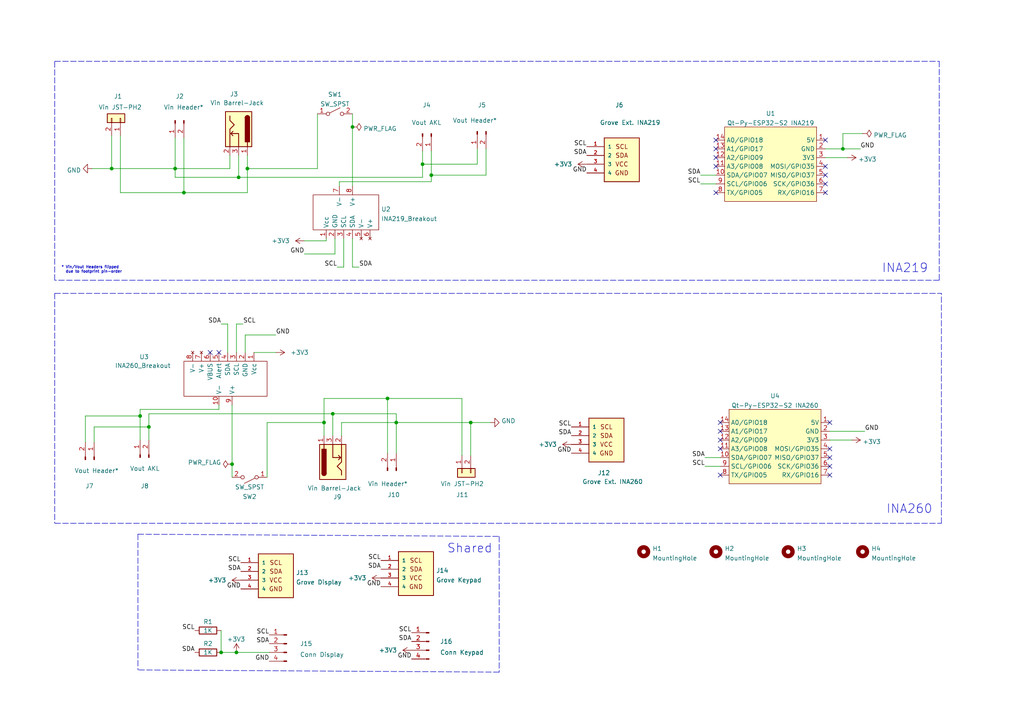
<source format=kicad_sch>
(kicad_sch (version 20211123) (generator eeschema)
  (paper "A4")
  (title_block (title "cp-vameter") (date "2022-07-29") (rev "1.1") (company "Bernhard Bablok") (comment 1 "https://github.com/bablokb/circuitpython-vameter"))
  (lib_symbols
    (symbol "Connector:Barrel_Jack_Switch" (pin_names hide)
      (property "Reference" "J" (at 0 5.334 0))
      (property "Value" "Barrel_Jack_Switch" (at 0 -5.08 0))
      (symbol "Barrel_Jack_Switch_0_1"
        (rectangle (start -5.08 3.81) (end 5.08 -3.81) (stroke (width 0.254)) (fill (type background)))
        (arc (start -3.302 3.175) (mid -3.937 2.54) (end -3.302 1.905) (stroke (width 0.254)))
        (arc (start -3.302 3.175) (mid -3.937 2.54) (end -3.302 1.905) (stroke (width 0.254)) (fill (type outline)))
        (polyline (pts (xy 1.27 -2.286) (xy 1.905 -1.651)) (stroke (width 0.254)))
        (polyline (pts (xy 5.08 2.54) (xy 3.81 2.54)) (stroke (width 0.254)))
        (polyline (pts (xy 5.08 0) (xy 1.27 0) (xy 1.27 -2.286) (xy 0.635 -1.651)) (stroke (width 0.254)))
        (polyline (pts (xy -3.81 -2.54) (xy -2.54 -2.54) (xy -1.27 -1.27) (xy 0 -2.54) (xy 2.54 -2.54) (xy 5.08 -2.54)) (stroke (width 0.254)))
        (rectangle (start 3.683 3.175) (end -3.302 1.905) (stroke (width 0.254)) (fill (type outline)))
      )
      (symbol "Barrel_Jack_Switch_1_1"
        (pin passive line (at 7.62 2.54 180) (length 2.54) (name "~") (number "1"))
        (pin passive line (at 7.62 -2.54 180) (length 2.54) (name "~") (number "2"))
        (pin passive line (at 7.62 0 180) (length 2.54) (name "~") (number "3"))
      )
    )
    (symbol "Connector:Conn_01x02_Male" (pin_names (offset 1.016) hide)
      (property "Reference" "J" (at 0 2.54 0))
      (property "Value" "Conn_01x02_Male" (at 0 -5.08 0))
      (symbol "Conn_01x02_Male_1_1"
        (polyline (pts (xy 1.27 -2.54) (xy 0.8636 -2.54)) (stroke (width 0.1524)))
        (polyline (pts (xy 1.27 0) (xy 0.8636 0)) (stroke (width 0.1524)))
        (rectangle (start 0.8636 -2.413) (end 0 -2.667) (stroke (width 0.1524)) (fill (type outline)))
        (rectangle (start 0.8636 0.127) (end 0 -0.127) (stroke (width 0.1524)) (fill (type outline)))
        (pin passive line (at 5.08 0 180) (length 3.81) (name "Pin_1") (number "1"))
        (pin passive line (at 5.08 -2.54 180) (length 3.81) (name "Pin_2") (number "2"))
      )
    )
    (symbol "Connector:Conn_01x04_Male" (pin_names (offset 1.016) hide)
      (property "Reference" "J" (at 0 5.08 0))
      (property "Value" "Conn_01x04_Male" (at 0 -7.62 0))
      (symbol "Conn_01x04_Male_1_1"
        (polyline (pts (xy 1.27 -5.08) (xy 0.8636 -5.08)) (stroke (width 0.1524)))
        (polyline (pts (xy 1.27 -2.54) (xy 0.8636 -2.54)) (stroke (width 0.1524)))
        (polyline (pts (xy 1.27 0) (xy 0.8636 0)) (stroke (width 0.1524)))
        (polyline (pts (xy 1.27 2.54) (xy 0.8636 2.54)) (stroke (width 0.1524)))
        (rectangle (start 0.8636 -4.953) (end 0 -5.207) (stroke (width 0.1524)) (fill (type outline)))
        (rectangle (start 0.8636 -2.413) (end 0 -2.667) (stroke (width 0.1524)) (fill (type outline)))
        (rectangle (start 0.8636 0.127) (end 0 -0.127) (stroke (width 0.1524)) (fill (type outline)))
        (rectangle (start 0.8636 2.667) (end 0 2.413) (stroke (width 0.1524)) (fill (type outline)))
        (pin passive line (at 5.08 2.54 180) (length 3.81) (name "Pin_1") (number "1"))
        (pin passive line (at 5.08 0 180) (length 3.81) (name "Pin_2") (number "2"))
        (pin passive line (at 5.08 -2.54 180) (length 3.81) (name "Pin_3") (number "3"))
        (pin passive line (at 5.08 -5.08 180) (length 3.81) (name "Pin_4") (number "4"))
      )
    )
    (symbol "Connector_Generic:Conn_01x02" (pin_names (offset 1.016) hide)
      (property "Reference" "J" (at 0 2.54 0))
      (property "Value" "Conn_01x02" (at 0 -5.08 0))
      (symbol "Conn_01x02_1_1"
        (rectangle (start -1.27 -2.413) (end 0 -2.667) (stroke (width 0.1524)))
        (rectangle (start -1.27 0.127) (end 0 -0.127) (stroke (width 0.1524)))
        (rectangle (start -1.27 1.27) (end 1.27 -3.81) (stroke (width 0.254)) (fill (type background)))
        (pin passive line (at -5.08 0 0) (length 3.81) (name "Pin_1") (number "1"))
        (pin passive line (at -5.08 -2.54 0) (length 3.81) (name "Pin_2") (number "2"))
      )
    )
    (symbol "Device:R" (pin_numbers hide) (pin_names (offset 0))
      (property "Reference" "R" (at 2.032 0 90))
      (property "Value" "R" (at 0 0 90))
      (symbol "R_0_1"
        (rectangle (start -1.016 -2.54) (end 1.016 2.54) (stroke (width 0.254)))
      )
      (symbol "R_1_1"
        (pin passive line (at 0 3.81 270) (length 1.27) (name "~") (number "1"))
        (pin passive line (at 0 -3.81 90) (length 1.27) (name "~") (number "2"))
      )
    )
    (symbol "Mechanical:MountingHole" (pin_names (offset 1.016))
      (property "Reference" "H" (at 0 5.08 0))
      (property "Value" "MountingHole" (at 0 3.175 0))
      (symbol "MountingHole_0_1"
        (circle (center 0 0) (radius 1.27) (stroke (width 1.27)))
      )
    )
    (symbol "Switch:SW_SPST" (pin_names (offset 0) hide)
      (property "Reference" "SW" (at 0 3.175 0))
      (property "Value" "SW_SPST" (at 0 -2.54 0))
      (symbol "SW_SPST_0_0"
        (circle (center -2.032 0) (radius 0.508))
        (polyline (pts (xy -1.524 0.254) (xy 1.524 1.778)))
        (circle (center 2.032 0) (radius 0.508))
      )
      (symbol "SW_SPST_1_1"
        (pin passive line (at -5.08 0 0) (length 2.54) (name "A") (number "1"))
        (pin passive line (at 5.08 0 180) (length 2.54) (name "B") (number "2"))
      )
    )
    (symbol "power:+3V3" (power) (pin_names (offset 0))
      (property "Value" "+3V3" (at 0 3.556 0))
      (symbol "+3V3_0_1"
        (polyline (pts (xy -0.762 1.27) (xy 0 2.54)))
        (polyline (pts (xy 0 0) (xy 0 2.54)))
        (polyline (pts (xy 0 2.54) (xy 0.762 1.27)))
      )
      (symbol "+3V3_1_1"
        (pin power_in line (at 0 0 90) (length 0) hide (name "+3V3") (number "1"))
      )
    )
    (symbol "power:GND" (power) (pin_names (offset 0))
      (property "Value" "GND" (at 0 -3.81 0))
      (symbol "GND_0_1"
        (polyline (pts (xy 0 0) (xy 0 -1.27) (xy 1.27 -1.27) (xy 0 -2.54) (xy -1.27 -1.27) (xy 0 -1.27)))
      )
      (symbol "GND_1_1"
        (pin power_in line (at 0 0 270) (length 0) hide (name "GND") (number "1"))
      )
    )
    (symbol "power:PWR_FLAG" (power) (pin_numbers hide) (pin_names (offset 0) hide)
      (property "Value" "PWR_FLAG" (at 0 3.81 0))
      (symbol "PWR_FLAG_0_0"
        (pin power_out line (at 0 0 90) (length 0) (name "pwr") (number "1"))
      )
      (symbol "PWR_FLAG_0_1"
        (polyline (pts (xy 0 0) (xy 0 1.27) (xy -1.016 1.905) (xy 0 2.54) (xy 1.016 1.905) (xy 0 1.27)))
      )
    )
    (symbol "user:Grove" (pin_names (offset 1.016))
      (property "Reference" "J" (at -5.08 5.842 0))
      (property "Value" "Grove" (at 3.81 -3.81 90))
      (symbol "Grove_0_0"
        (rectangle (start -5.08 -7.62) (end 5.08 5.08) (stroke (width 0.254)) (fill (type background)))
        (text "GND" (at 0 -5.08 0) (effects (font (size 1.27 1.27))))
        (text "SCL" (at 0 2.54 0) (effects (font (size 1.27 1.27))))
        (text "SDA" (at 0 0 0) (effects (font (size 1.27 1.27))))
        (text "VCC" (at 0 -2.54 0) (effects (font (size 1.27 1.27))))
        (pin passive line (at -10.16 2.54 0) (length 5.08) (name "1") (number "1"))
        (pin passive line (at -10.16 0 0) (length 5.08) (name "2") (number "2"))
        (pin passive line (at -10.16 -2.54 0) (length 5.08) (name "3") (number "3"))
        (pin passive line (at -10.16 -5.08 0) (length 5.08) (name "4") (number "4"))
      )
    )
    (symbol "user:INA219_Breakout"
      (property "Reference" "U" (at 8.89 5.08 0))
      (property "Value" "INA219_Breakout" (at 8.89 1.27 0))
      (symbol "INA219_Breakout_0_0"
        (pin power_in line (at 16.51 -17.78 180) (length 2.54) (name "Vcc") (number "1"))
        (pin power_in line (at 16.51 -15.24 180) (length 2.54) (name "GND") (number "2"))
        (pin input line (at 16.51 -12.7 180) (length 2.54) (name "SCL") (number "3"))
        (pin bidirectional line (at 16.51 -10.16 180) (length 2.54) (name "SDA") (number "4"))
        (pin no_connect line (at 16.51 -7.62 180) (length 2.54) (name "V-") (number "5"))
        (pin no_connect line (at 16.51 -5.08 180) (length 2.54) (name "V+") (number "6"))
        (pin power_out line (at 1.27 -13.97 0) (length 2.54) (name "V-") (number "7"))
        (pin power_in line (at 1.27 -10.16 0) (length 2.54) (name "V+") (number "8"))
      )
      (symbol "INA219_Breakout_0_1"
        (rectangle (start 13.97 -2.54) (end 3.81 -21.59) (stroke (width 0.1524)))
      )
    )
    (symbol "user:INA260_Breakout"
      (property "Reference" "U" (at 8.89 7.62 0))
      (property "Value" "INA260_Breakout" (at 8.89 5.08 0))
      (symbol "INA260_Breakout_0_0"
        (pin power_in line (at 16.51 -17.78 180) (length 2.54) (name "Vcc") (number "1"))
        (pin power_out line (at 1.27 -7.62 0) (length 2.54) (name "V-") (number "10"))
        (pin power_in line (at 16.51 -15.24 180) (length 2.54) (name "GND") (number "2"))
        (pin input line (at 16.51 -12.7 180) (length 2.54) (name "SCL") (number "3"))
        (pin bidirectional line (at 16.51 -10.16 180) (length 2.54) (name "SDA") (number "4"))
        (pin output line (at 16.51 -7.62 180) (length 2.54) (name "Alert") (number "5"))
        (pin power_in line (at 16.51 -5.08 180) (length 2.54) (name "VBUS") (number "6"))
        (pin no_connect line (at 16.51 -2.54 180) (length 2.54) (name "V+") (number "7"))
        (pin no_connect line (at 16.51 0 180) (length 2.54) (name "V-") (number "8"))
        (pin power_in line (at 1.27 -11.43 0) (length 2.54) (name "V+") (number "9"))
      )
      (symbol "INA260_Breakout_0_1"
        (rectangle (start 3.81 2.54) (end 13.97 -21.59) (stroke (width 0.1524)))
      )
    )
    (symbol "user:Qt-Py-ESP32-S2"
      (property "Reference" "U" (at 0 7.62 0))
      (property "Value" "Qt-Py-ESP32-S2" (at 0 5.08 0))
      (symbol "Qt-Py-ESP32-S2_0_0"
        (pin power_out line (at 15.24 -2.54 180) (length 2.54) (name "5V") (number "1"))
        (pin bidirectional line (at -16.51 -12.7 0) (length 2.54) (name "SDA/GPIO07") (number "10"))
        (pin bidirectional line (at -16.51 -10.16 0) (length 2.54) (name "A3/GPIO08") (number "11"))
        (pin bidirectional line (at -16.51 -7.62 0) (length 2.54) (name "A2/GPIO09") (number "12"))
        (pin bidirectional line (at -16.51 -5.08 0) (length 2.54) (name "A1/GPIO17") (number "13"))
        (pin bidirectional line (at -16.51 -2.54 0) (length 2.54) (name "A0/GPIO18") (number "14"))
        (pin power_in line (at 15.24 -5.08 180) (length 2.54) (name "GND") (number "2"))
        (pin power_out line (at 15.24 -7.62 180) (length 2.54) (name "3V3") (number "3"))
        (pin bidirectional line (at 15.24 -10.16 180) (length 2.54) (name "MOSI/GPIO35") (number "4"))
        (pin bidirectional line (at 15.24 -12.7 180) (length 2.54) (name "MISO/GPIO37") (number "5"))
        (pin bidirectional line (at 15.24 -15.24 180) (length 2.54) (name "SCK/GPIO36") (number "6"))
        (pin bidirectional line (at 15.24 -17.78 180) (length 2.54) (name "RX/GPIO16") (number "7"))
        (pin bidirectional line (at -16.51 -17.78 0) (length 2.54) (name "TX/GPIO05") (number "8"))
        (pin bidirectional line (at -16.51 -15.24 0) (length 2.54) (name "SCL/GPIO06") (number "9"))
      )
      (symbol "Qt-Py-ESP32-S2_0_1"
        (rectangle (start 12.7 1.27) (end -13.97 -20.32) (stroke (width 0.1524)) (fill (type background)))
      )
    )
  )
  (junction (at 136.525 122.555))
  (junction (at 125.095 50.8))
  (junction (at 43.18 123.825))
  (junction (at 114.935 122.555))
  (junction (at 67.31 134.62))
  (junction (at 32.385 48.895))
  (junction (at 64.135 189.23))
  (junction (at 122.555 47.625))
  (junction (at 53.34 55.88))
  (junction (at 112.395 115.57))
  (junction (at 96.52 120.015))
  (junction (at 244.475 43.18))
  (junction (at 40.64 120.65))
  (junction (at 102.235 36.83))
  (junction (at 68.58 189.23))
  (junction (at 71.755 48.895))
  (junction (at 69.215 51.435))
  (junction (at 50.8 48.895))
  (junction (at 93.98 122.555))
  (no_connect (at 240.665 122.555))
  (no_connect (at 208.915 130.175))
  (no_connect (at 208.915 137.795))
  (no_connect (at 239.395 40.64))
  (no_connect (at 239.395 55.88))
  (no_connect (at 239.395 48.26))
  (no_connect (at 239.395 50.8))
  (no_connect (at 239.395 53.34))
  (no_connect (at 207.645 45.72))
  (no_connect (at 207.645 48.26))
  (no_connect (at 207.645 40.64))
  (no_connect (at 207.645 43.18))
  (no_connect (at 207.645 55.88))
  (no_connect (at 240.665 132.715))
  (no_connect (at 240.665 135.255))
  (no_connect (at 60.96 102.235))
  (no_connect (at 63.5 102.235))
  (no_connect (at 240.665 130.175))
  (no_connect (at 240.665 137.795))
  (no_connect (at 208.915 127.635))
  (no_connect (at 208.915 125.095))
  (no_connect (at 208.915 122.555))
  (wire (pts (xy 96.52 120.015) (xy 114.935 120.015)))
  (polyline (pts (xy 15.875 17.78) (xy 272.415 17.78)))
  (wire (pts (xy 204.47 132.715) (xy 208.915 132.715)))
  (wire (pts (xy 50.8 51.435) (xy 69.215 51.435)))
  (wire (pts (xy 138.43 43.18) (xy 138.43 47.625)))
  (wire (pts (xy 140.97 50.8) (xy 125.095 50.8)))
  (wire (pts (xy 114.935 122.555) (xy 99.06 122.555)))
  (wire (pts (xy 142.24 122.555) (xy 136.525 122.555)))
  (wire (pts (xy 138.43 47.625) (xy 122.555 47.625)))
  (wire (pts (xy 244.475 43.18) (xy 249.555 43.18)))
  (wire (pts (xy 68.58 93.98) (xy 68.58 102.235)))
  (wire (pts (xy 240.665 125.095) (xy 250.825 125.095)))
  (wire (pts (xy 64.135 189.23) (xy 68.58 189.23)))
  (wire (pts (xy 136.525 132.08) (xy 136.525 122.555)))
  (polyline (pts (xy 15.875 81.28) (xy 15.875 17.78)))
  (wire (pts (xy 102.235 36.83) (xy 102.235 53.975)))
  (polyline (pts (xy 144.78 194.945) (xy 40.005 194.31)))
  (wire (pts (xy 239.395 45.72) (xy 245.745 45.72)))
  (wire (pts (xy 50.8 40.005) (xy 50.8 48.895)))
  (wire (pts (xy 71.755 55.88) (xy 53.34 55.88)))
  (wire (pts (xy 71.12 97.155) (xy 80.01 97.155)))
  (wire (pts (xy 24.765 120.65) (xy 40.64 120.65)))
  (wire (pts (xy 43.18 123.825) (xy 43.18 120.015)))
  (wire (pts (xy 67.31 138.43) (xy 67.31 134.62)))
  (wire (pts (xy 93.98 126.365) (xy 93.98 122.555)))
  (wire (pts (xy 93.98 122.555) (xy 93.98 115.57)))
  (wire (pts (xy 98.425 52.705) (xy 98.425 53.975)))
  (wire (pts (xy 104.14 77.47) (xy 102.235 77.47)))
  (wire (pts (xy 67.31 117.475) (xy 67.31 134.62)))
  (wire (pts (xy 204.47 135.255) (xy 208.915 135.255)))
  (wire (pts (xy 63.5 118.745) (xy 40.64 118.745)))
  (wire (pts (xy 34.925 55.88) (xy 34.925 39.37)))
  (wire (pts (xy 125.095 50.8) (xy 125.095 52.705)))
  (wire (pts (xy 43.18 127.635) (xy 43.18 123.825)))
  (wire (pts (xy 50.8 48.895) (xy 32.385 48.895)))
  (wire (pts (xy 64.135 93.98) (xy 66.04 93.98)))
  (wire (pts (xy 99.06 126.365) (xy 99.06 122.555)))
  (wire (pts (xy 66.04 102.235) (xy 66.04 93.98)))
  (wire (pts (xy 244.475 38.735) (xy 244.475 43.18)))
  (polyline (pts (xy 40.005 154.94) (xy 144.78 155.575)))
  (wire (pts (xy 97.155 69.215) (xy 97.155 73.66)))
  (wire (pts (xy 97.155 73.66) (xy 88.265 73.66)))
  (wire (pts (xy 53.34 55.88) (xy 34.925 55.88)))
  (polyline (pts (xy 40.005 154.94) (xy 40.005 194.31)))
  (polyline (pts (xy 15.875 85.09) (xy 273.05 85.09)))
  (polyline (pts (xy 272.415 81.28) (xy 15.875 81.28)))
  (wire (pts (xy 122.555 47.625) (xy 122.555 51.435)))
  (wire (pts (xy 114.935 131.445) (xy 114.935 122.555)))
  (wire (pts (xy 97.79 77.47) (xy 99.695 77.47)))
  (wire (pts (xy 114.935 122.555) (xy 114.935 120.015)))
  (wire (pts (xy 68.58 189.23) (xy 78.105 189.23)))
  (wire (pts (xy 63.5 117.475) (xy 63.5 118.745)))
  (wire (pts (xy 40.64 127.635) (xy 40.64 120.65)))
  (wire (pts (xy 27.305 128.27) (xy 27.305 123.825)))
  (wire (pts (xy 32.385 39.37) (xy 32.385 48.895)))
  (wire (pts (xy 71.12 97.155) (xy 71.12 102.235)))
  (wire (pts (xy 112.395 131.445) (xy 112.395 115.57)))
  (wire (pts (xy 27.305 123.825) (xy 43.18 123.825)))
  (polyline (pts (xy 144.78 155.575) (xy 144.78 194.945)))
  (wire (pts (xy 98.425 52.705) (xy 125.095 52.705)))
  (wire (pts (xy 125.095 43.815) (xy 125.095 50.8)))
  (wire (pts (xy 43.18 120.015) (xy 96.52 120.015)))
  (wire (pts (xy 239.395 43.18) (xy 244.475 43.18)))
  (wire (pts (xy 122.555 43.815) (xy 122.555 47.625)))
  (wire (pts (xy 114.935 122.555) (xy 136.525 122.555)))
  (wire (pts (xy 92.075 33.02) (xy 92.075 48.895)))
  (wire (pts (xy 71.755 45.085) (xy 71.755 48.895)))
  (wire (pts (xy 80.01 102.235) (xy 73.66 102.235)))
  (wire (pts (xy 203.2 50.8) (xy 207.645 50.8)))
  (wire (pts (xy 69.215 51.435) (xy 122.555 51.435)))
  (wire (pts (xy 50.8 48.895) (xy 50.8 51.435)))
  (wire (pts (xy 203.2 53.34) (xy 207.645 53.34)))
  (polyline (pts (xy 15.875 85.09) (xy 15.875 151.765)))
  (wire (pts (xy 112.395 115.57) (xy 133.985 115.57)))
  (wire (pts (xy 250.19 38.735) (xy 244.475 38.735)))
  (wire (pts (xy 24.765 128.27) (xy 24.765 120.65)))
  (wire (pts (xy 140.97 43.18) (xy 140.97 50.8)))
  (polyline (pts (xy 273.05 151.765) (xy 273.05 85.09)))
  (wire (pts (xy 66.675 45.085) (xy 66.675 48.895)))
  (wire (pts (xy 53.34 40.005) (xy 53.34 55.88)))
  (wire (pts (xy 93.98 115.57) (xy 112.395 115.57)))
  (wire (pts (xy 77.47 138.43) (xy 77.47 122.555)))
  (wire (pts (xy 26.67 48.895) (xy 32.385 48.895)))
  (wire (pts (xy 99.695 77.47) (xy 99.695 69.215)))
  (wire (pts (xy 88.265 69.85) (xy 94.615 69.85)))
  (polyline (pts (xy 272.415 17.78) (xy 272.415 81.28)))
  (wire (pts (xy 64.135 182.88) (xy 64.135 189.23)))
  (wire (pts (xy 93.98 122.555) (xy 77.47 122.555)))
  (wire (pts (xy 69.215 45.085) (xy 69.215 51.435)))
  (wire (pts (xy 70.485 93.98) (xy 68.58 93.98)))
  (wire (pts (xy 102.235 69.215) (xy 102.235 77.47)))
  (wire (pts (xy 240.665 127.635) (xy 247.015 127.635)))
  (wire (pts (xy 40.64 120.65) (xy 40.64 118.745)))
  (wire (pts (xy 102.235 33.02) (xy 102.235 36.83)))
  (wire (pts (xy 94.615 69.85) (xy 94.615 69.215)))
  (wire (pts (xy 50.8 48.895) (xy 66.675 48.895)))
  (wire (pts (xy 71.755 48.895) (xy 71.755 55.88)))
  (wire (pts (xy 133.985 115.57) (xy 133.985 132.08)))
  (wire (pts (xy 96.52 120.015) (xy 96.52 126.365)))
  (wire (pts (xy 71.755 48.895) (xy 92.075 48.895)))
  (polyline (pts (xy 15.875 151.765) (xy 273.05 151.765)))
  (text "* Vin/Vout Headers flipped\n  due to footprint pin-order" (at 17.78 79.375 0) (effects (font (size 0.8 0.8)) (justify left bottom)))
  (text "Shared" (at 142.875 160.655 180) (effects (font (size 2.54 2.54)) (justify right bottom)))
  (text "INA260" (at 270.51 149.225 180) (effects (font (size 2.54 2.54)) (justify right bottom)))
  (text "INA219" (at 269.24 79.375 180) (effects (font (size 2.54 2.54)) (justify right bottom)))
  (label "SDA" (at 56.515 189.23 180))
  (label "SDA" (at 170.18 45.085 180))
  (label "SCL" (at 119.38 183.515 180))
  (label "SDA" (at 204.47 132.715 180))
  (label "GND" (at 170.18 50.165 180))
  (label "SCL" (at 56.515 182.88 180))
  (label "SCL" (at 78.105 184.15 180))
  (label "SCL" (at 203.2 53.34 180))
  (label "GND" (at 119.38 191.135 180))
  (label "GND" (at 69.85 170.815 180))
  (label "SCL" (at 70.485 93.98 0))
  (label "GND" (at 250.825 125.095 0))
  (label "SCL" (at 69.85 163.195 180))
  (label "SCL" (at 204.47 135.255 180))
  (label "GND" (at 78.105 191.77 180))
  (label "GND" (at 80.01 97.155 0))
  (label "GND" (at 165.735 131.445 180))
  (label "SDA" (at 104.14 77.47 0))
  (label "SDA" (at 165.735 126.365 180))
  (label "GND" (at 249.555 43.18 0))
  (label "SCL" (at 110.49 162.56 180))
  (label "SDA" (at 64.135 93.98 180))
  (label "SDA" (at 110.49 165.1 180))
  (label "SCL" (at 97.79 77.47 180))
  (label "SCL" (at 165.735 123.825 180))
  (label "SDA" (at 69.85 165.735 180))
  (label "GND" (at 88.265 73.66 180))
  (label "GND" (at 110.49 170.18 180))
  (label "SDA" (at 203.2 50.8 180))
  (label "SCL" (at 170.18 42.545 180))
  (label "SDA" (at 119.38 186.055 180))
  (label "SDA" (at 78.105 186.69 180))
  (symbol (lib_id "Connector:Conn_01x02_Male") (at 50.8 34.925 90) (mirror x) (unit 1)
    (property "Reference" "J2" (at 53.34 27.94 90) (effects (justify left)))
    (property "Value" "Vin Header*" (at 59.055 31.115 90) (effects (justify left)))
    (property "Footprint" "Connector_PinHeader_2.54mm:PinHeader_1x02_P2.54mm_Horizontal" (effects hide))
  )
  (symbol (lib_id "user:Grove") (at 180.34 45.085 0) (unit 1)
    (property "Reference" "J6" (at 178.435 30.48 0) (effects (justify left)))
    (property "Value" "Grove Ext. INA219" (at 173.99 35.56 0) (effects (justify left)))
    (property "Footprint" "user:grove_horizontal" (effects hide))
    (property "MANUFACTURER" "Seeed Technology" (effects hide))
  )
  (symbol (lib_id "Device:R") (at 60.325 182.88 90) (unit 1)
    (property "Reference" "R1" (at 60.325 180.34 90))
    (property "Value" "1K" (at 60.325 182.88 90))
    (property "Footprint" "user:R_1206_3216_Pad1.7x1.75mm_BB" (effects hide))
  )
  (symbol (lib_id "power:+3V3") (at 68.58 189.23 0) (unit 1)
    (property "Reference" "#PWR012" (effects hide))
    (property "Value" "+3V3" (at 71.12 185.42 0) (effects (justify right)))
  )
  (symbol (lib_id "power:+3V3") (at 69.85 168.275 90) (unit 1)
    (property "Reference" "#PWR010" (effects hide))
    (property "Value" "+3V3" (at 60.325 168.275 90) (effects (justify right)))
  )
  (symbol (lib_id "Connector:Barrel_Jack_Switch") (at 69.215 37.465 270) (unit 1)
    (property "Reference" "J3" (at 66.675 27.305 90) (effects (justify left)))
    (property "Value" "Vin Barrel-Jack" (at 60.96 29.845 90) (effects (justify left)))
    (property "Footprint" "Connector_BarrelJack:BarrelJack_CUI_PJ-102AH_Horizontal" (effects hide))
  )
  (symbol (lib_id "user:INA219_Breakout") (at 112.395 52.705 270) (unit 1)
    (property "Reference" "U2" (at 110.5662 60.6865 90) (effects (justify left)))
    (property "Value" "INA219_Breakout" (at 110.5662 63.4616 90) (effects (justify left)))
    (property "Footprint" "user:INA219-Breakout" (effects hide))
  )
  (symbol (lib_id "user:Grove") (at 175.895 126.365 0) (unit 1)
    (property "Reference" "J12" (at 173.355 137.16 0) (effects (justify left)))
    (property "Value" "Grove Ext. INA260" (at 168.91 139.7 0) (effects (justify left)))
    (property "Footprint" "user:grove_horizontal" (effects hide))
    (property "MANUFACTURER" "Seeed Technology" (effects hide))
  )
  (symbol (lib_id "Mechanical:MountingHole") (at 186.69 160.02 0) (unit 1)
    (property "Reference" "H1" (at 189.23 159.1115 0) (effects (justify left)))
    (property "Value" "MountingHole" (at 189.23 161.8866 0) (effects (justify left)))
    (property "Footprint" "MountingHole:MountingHole_2.5mm" (effects hide))
  )
  (symbol (lib_id "user:Grove") (at 80.01 165.735 0) (unit 1)
    (property "Reference" "J13" (at 85.852 166.0965 0) (effects (justify left)))
    (property "Value" "Grove Display" (at 85.852 168.8716 0) (effects (justify left)))
    (property "Footprint" "user:grove_horizontal" (effects hide))
    (property "MANUFACTURER" "Seeed Technology" (effects hide))
  )
  (symbol (lib_id "Connector:Conn_01x02_Male") (at 114.935 136.525 270) (mirror x) (unit 1)
    (property "Reference" "J10" (at 112.395 143.51 90) (effects (justify left)))
    (property "Value" "Vin Header*" (at 106.68 140.335 90) (effects (justify left)))
    (property "Footprint" "Connector_PinHeader_2.54mm:PinHeader_1x02_P2.54mm_Horizontal" (effects hide))
  )
  (symbol (lib_id "Connector:Conn_01x04_Male") (at 124.46 186.055 0) (mirror y) (unit 1)
    (property "Reference" "J16" (at 127.635 186.055 0) (effects (justify right)))
    (property "Value" "Conn Keypad" (at 127.635 189.23 0) (effects (justify right)))
    (property "Footprint" "Connector_PinHeader_2.54mm:PinHeader_1x04_P2.54mm_Horizontal" (effects hide))
  )
  (symbol (lib_id "user:Qt-Py-ESP32-S2") (at 225.425 120.015 0) (unit 1)
    (property "Reference" "U4" (at 224.79 114.8293 0))
    (property "Value" "Qt-Py-ESP32-S2 INA260" (at 224.79 117.6044 0))
    (property "Footprint" "user:Qt-Py_ESP32-S2" (effects hide))
  )
  (symbol (lib_id "power:+3V3") (at 165.735 128.905 90) (unit 1)
    (property "Reference" "#PWR08" (effects hide))
    (property "Value" "+3V3" (at 156.21 128.905 90) (effects (justify right)))
  )
  (symbol (lib_id "power:+3V3") (at 245.745 45.72 270) (unit 1)
    (property "Reference" "#PWR01" (effects hide))
    (property "Value" "+3V3" (at 248.92 46.199 90) (effects (justify left)))
  )
  (symbol (lib_id "user:Qt-Py-ESP32-S2") (at 224.155 38.1 0) (unit 1)
    (property "Reference" "U1" (at 223.52 32.9143 0))
    (property "Value" "Qt-Py-ESP32-S2 INA219" (at 223.52 35.6894 0))
    (property "Footprint" "user:Qt-Py_ESP32-S2" (effects hide))
  )
  (symbol (lib_id "Connector_Generic:Conn_01x02") (at 133.985 137.16 90) (mirror x) (unit 1)
    (property "Reference" "J11" (at 135.89 143.51 90) (effects (justify left)))
    (property "Value" "Vin JST-PH2" (at 140.335 140.335 90) (effects (justify left)))
    (property "Footprint" "Connector_JST:JST_PH_S2B-PH-SM4-TB_1x02-1MP_P2.00mm_Horizontal" (effects hide))
  )
  (symbol (lib_id "Mechanical:MountingHole") (at 250.19 160.02 0) (unit 1)
    (property "Reference" "H4" (at 252.73 159.1115 0) (effects (justify left)))
    (property "Value" "MountingHole" (at 252.73 161.8866 0) (effects (justify left)))
    (property "Footprint" "MountingHole:MountingHole_2.5mm" (effects hide))
  )
  (symbol (lib_id "power:+3V3") (at 88.265 69.85 90) (unit 1)
    (property "Reference" "#PWR04" (effects hide))
    (property "Value" "+3V3" (at 78.74 69.85 90) (effects (justify right)))
  )
  (symbol (lib_id "Connector:Conn_01x02_Male") (at 27.305 133.35 270) (mirror x) (unit 1)
    (property "Reference" "J7" (at 24.765 140.97 90) (effects (justify left)))
    (property "Value" "Vout Header*" (at 21.59 136.525 90) (effects (justify left)))
    (property "Footprint" "Connector_PinHeader_2.54mm:PinHeader_1x02_P2.54mm_Horizontal" (effects hide))
  )
  (symbol (lib_id "power:GND") (at 26.67 48.895 270) (unit 1)
    (property "Reference" "#PWR03" (effects hide))
    (property "Value" "GND" (at 23.4951 49.374 90) (effects (justify right)))
  )
  (symbol (lib_id "Switch:SW_SPST") (at 72.39 138.43 180) (unit 1)
    (property "Reference" "SW2" (at 72.39 144.0475 0))
    (property "Value" "SW_SPST" (at 72.39 141.2724 0))
    (property "Footprint" "user:Kippschalter_On-Off" (effects hide))
  )
  (symbol (lib_id "power:+3V3") (at 247.015 127.635 270) (unit 1)
    (property "Reference" "#PWR07" (effects hide))
    (property "Value" "+3V3" (at 250.19 128.114 90) (effects (justify left)))
  )
  (symbol (lib_id "power:+3V3") (at 110.49 167.64 90) (unit 1)
    (property "Reference" "#PWR09" (effects hide))
    (property "Value" "+3V3" (at 100.965 167.64 90) (effects (justify right)))
  )
  (symbol (lib_id "power:PWR_FLAG") (at 67.31 134.62 90) (unit 1)
    (property "Reference" "#FLG04" (effects hide))
    (property "Value" "PWR_FLAG" (at 64.135 134.141 90) (effects (justify left)))
  )
  (symbol (lib_id "power:PWR_FLAG") (at 250.19 38.735 270) (unit 1)
    (property "Reference" "#FLG02" (effects hide))
    (property "Value" "PWR_FLAG" (at 253.365 39.214 90) (effects (justify left)))
  )
  (symbol (lib_id "power:+3V3") (at 119.38 188.595 90) (unit 1)
    (property "Reference" "#PWR011" (effects hide))
    (property "Value" "+3V3" (at 109.855 188.595 90) (effects (justify right)))
  )
  (symbol (lib_id "power:GND") (at 142.24 122.555 90) (unit 1)
    (property "Reference" "#PWR06" (effects hide))
    (property "Value" "GND" (at 145.4149 122.076 90) (effects (justify right)))
  )
  (symbol (lib_id "Connector:Conn_01x02_Male") (at 138.43 38.1 90) (mirror x) (unit 1)
    (property "Reference" "J5" (at 140.97 30.48 90) (effects (justify left)))
    (property "Value" "Vout Header*" (at 144.145 34.925 90) (effects (justify left)))
    (property "Footprint" "Connector_PinHeader_2.54mm:PinHeader_1x02_P2.54mm_Horizontal" (effects hide))
  )
  (symbol (lib_id "power:+3V3") (at 80.01 102.235 270) (unit 1)
    (property "Reference" "#PWR05" (effects hide))
    (property "Value" "+3V3" (at 89.535 102.235 90) (effects (justify right)))
  )
  (symbol (lib_id "user:INA260_Breakout") (at 55.88 118.745 90) (unit 1)
    (property "Reference" "U3" (at 43.18 103.505 90) (effects (justify left)))
    (property "Value" "INA260_Breakout" (at 49.53 106.045 90) (effects (justify left)))
    (property "Footprint" "user:INA260-Breakout" (effects hide))
  )
  (symbol (lib_id "user:Grove") (at 120.65 165.1 0) (unit 1)
    (property "Reference" "J14" (at 126.492 165.4615 0) (effects (justify left)))
    (property "Value" "Grove Keypad" (at 126.492 168.2366 0) (effects (justify left)))
    (property "Footprint" "user:grove_horizontal" (effects hide))
    (property "MANUFACTURER" "Seeed Technology" (effects hide))
  )
  (symbol (lib_id "Mechanical:MountingHole") (at 228.6 160.02 0) (unit 1)
    (property "Reference" "H3" (at 231.14 159.1115 0) (effects (justify left)))
    (property "Value" "MountingHole" (at 231.14 161.8866 0) (effects (justify left)))
    (property "Footprint" "MountingHole:MountingHole_2.5mm" (effects hide))
  )
  (symbol (lib_id "Connector:Conn_01x04_Male") (at 83.185 186.69 0) (mirror y) (unit 1)
    (property "Reference" "J15" (at 86.995 186.69 0) (effects (justify right)))
    (property "Value" "Conn Display" (at 86.995 189.865 0) (effects (justify right)))
    (property "Footprint" "Connector_PinHeader_2.54mm:PinHeader_1x04_P2.54mm_Horizontal" (effects hide))
  )
  (symbol (lib_id "power:+3V3") (at 170.18 47.625 90) (unit 1)
    (property "Reference" "#PWR02" (effects hide))
    (property "Value" "+3V3" (at 160.655 47.625 90) (effects (justify right)))
  )
  (symbol (lib_id "Connector:Conn_01x02_Male") (at 40.64 132.715 90) (unit 1)
    (property "Reference" "J8" (at 43.18 140.97 90) (effects (justify left)))
    (property "Value" "Vout AKL" (at 46.355 135.89 90) (effects (justify left)))
    (property "Footprint" "user:TerminalBlock_MetzConnect_Type182_PT11302HBBN_1x02_P3.50mm_Horizontal" (effects hide))
  )
  (symbol (lib_id "Connector:Conn_01x02_Male") (at 125.095 38.735 270) (unit 1)
    (property "Reference" "J4" (at 122.555 30.48 90) (effects (justify left)))
    (property "Value" "Vout AKL" (at 119.38 35.56 90) (effects (justify left)))
    (property "Footprint" "user:TerminalBlock_MetzConnect_Type182_PT11302HBBN_1x02_P3.50mm_Horizontal" (effects hide))
  )
  (symbol (lib_id "power:PWR_FLAG") (at 102.235 36.83 270) (unit 1)
    (property "Reference" "#FLG01" (effects hide))
    (property "Value" "PWR_FLAG" (at 105.41 37.309 90) (effects (justify left)))
  )
  (symbol (lib_id "Connector:Barrel_Jack_Switch") (at 96.52 133.985 90) (unit 1)
    (property "Reference" "J9" (at 99.06 144.145 90) (effects (justify left)))
    (property "Value" "Vin Barrel-Jack" (at 104.775 141.605 90) (effects (justify left)))
    (property "Footprint" "Connector_BarrelJack:BarrelJack_CUI_PJ-102AH_Horizontal" (effects hide))
  )
  (symbol (lib_id "Device:R") (at 60.325 189.23 90) (unit 1)
    (property "Reference" "R2" (at 60.325 186.69 90))
    (property "Value" "1K" (at 60.325 189.23 90))
    (property "Footprint" "user:R_1206_3216_Pad1.7x1.75mm_BB" (effects hide))
  )
  (symbol (lib_id "Switch:SW_SPST") (at 97.155 33.02 0) (unit 1)
    (property "Reference" "SW1" (at 97.155 27.4025 0))
    (property "Value" "SW_SPST" (at 97.155 30.1776 0))
    (property "Footprint" "user:Kippschalter_On-Off" (effects hide))
  )
  (symbol (lib_id "Connector_Generic:Conn_01x02") (at 34.925 34.29 270) (mirror x) (unit 1)
    (property "Reference" "J1" (at 33.02 27.94 90) (effects (justify left)))
    (property "Value" "Vin JST-PH2" (at 28.575 31.115 90) (effects (justify left)))
    (property "Footprint" "Connector_JST:JST_PH_S2B-PH-SM4-TB_1x02-1MP_P2.00mm_Horizontal" (effects hide))
  )
  (symbol (lib_id "Mechanical:MountingHole") (at 207.645 160.02 0) (unit 1)
    (property "Reference" "H2" (at 210.185 159.1115 0) (effects (justify left)))
    (property "Value" "MountingHole" (at 210.185 161.8866 0) (effects (justify left)))
    (property "Footprint" "MountingHole:MountingHole_2.5mm" (effects hide))
  )
)
</source>
